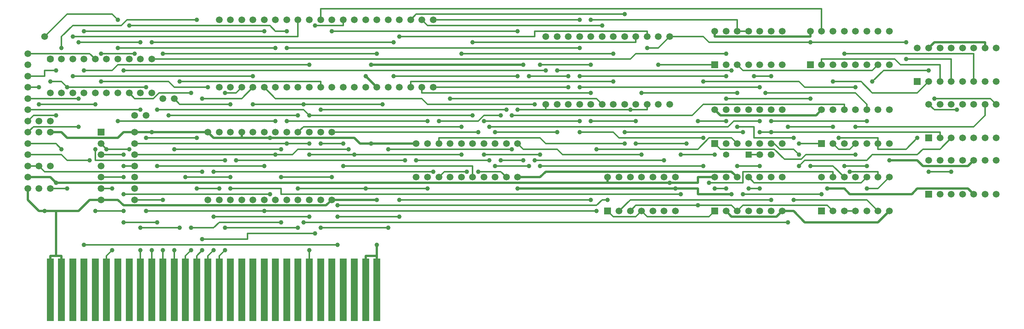
<source format=gbr>
G04 #@! TF.FileFunction,Copper,L2,Bot,Signal*
%FSLAX45Y45*%
G04 Gerber Fmt 4.5, Leading zero omitted, Abs format (unit mm)*
G04 Created by KiCad (PCBNEW 4.0.5-e0-6337~49~ubuntu16.04.1) date Sat Jan 14 19:35:42 2017*
%MOMM*%
%LPD*%
G01*
G04 APERTURE LIST*
%ADD10C,0.100000*%
%ADD11C,1.500000*%
%ADD12C,1.600000*%
%ADD13R,1.500000X1.500000*%
%ADD14R,1.400000X1.400000*%
%ADD15C,1.400000*%
%ADD16R,1.500000X14.000000*%
%ADD17C,1.000000*%
%ADD18C,0.350000*%
%ADD19C,0.500000*%
G04 APERTURE END LIST*
D10*
D11*
X7225000Y-8300000D03*
X6975000Y-8300000D03*
X6725000Y-8300000D03*
X6475000Y-8300000D03*
X6225000Y-8300000D03*
X5975000Y-8300000D03*
X5725000Y-8300000D03*
X5475000Y-8300000D03*
X5225000Y-8300000D03*
D12*
X4975000Y-8300000D03*
D11*
X4975000Y-9050000D03*
X5225000Y-9050000D03*
X5475000Y-9050000D03*
X5725000Y-9050000D03*
X5975000Y-9050000D03*
X6225000Y-9050000D03*
X6475000Y-9050000D03*
X6725000Y-9050000D03*
X6975000Y-9050000D03*
X7225000Y-9050000D03*
D13*
X21850000Y-8425000D03*
D11*
X22100000Y-8425000D03*
X22350000Y-8425000D03*
X22600000Y-8425000D03*
X22850000Y-8425000D03*
X23100000Y-8425000D03*
X23350000Y-8425000D03*
X23600000Y-8425000D03*
X23600000Y-7675000D03*
X23350000Y-7675000D03*
X23100000Y-7675000D03*
X22850000Y-7675000D03*
X22600000Y-7675000D03*
X22350000Y-7675000D03*
X22100000Y-7675000D03*
X21850000Y-7675000D03*
D13*
X19725000Y-8425000D03*
D11*
X19975000Y-8425000D03*
X20225000Y-8425000D03*
X20475000Y-8425000D03*
X20725000Y-8425000D03*
X20975000Y-8425000D03*
X21225000Y-8425000D03*
X21225000Y-7675000D03*
X20975000Y-7675000D03*
X20725000Y-7675000D03*
X20475000Y-7675000D03*
X20225000Y-7675000D03*
X19975000Y-7675000D03*
X19725000Y-7675000D03*
X13100000Y-10925000D03*
X13350000Y-10925000D03*
X13600000Y-10925000D03*
X13850000Y-10925000D03*
X14100000Y-10925000D03*
X14350000Y-10925000D03*
X14600000Y-10925000D03*
X14850000Y-10925000D03*
X15100000Y-10925000D03*
X15350000Y-10925000D03*
X15350000Y-10175000D03*
X15100000Y-10175000D03*
X14850000Y-10175000D03*
X14600000Y-10175000D03*
X14350000Y-10175000D03*
X14100000Y-10175000D03*
X13850000Y-10175000D03*
X13600000Y-10175000D03*
X13350000Y-10175000D03*
X13100000Y-10175000D03*
X18725000Y-7800000D03*
X18475000Y-7800000D03*
X18225000Y-7800000D03*
X17975000Y-7800000D03*
X17725000Y-7800000D03*
X17475000Y-7800000D03*
X17225000Y-7800000D03*
X16975000Y-7800000D03*
X16725000Y-7800000D03*
X16475000Y-7800000D03*
X16225000Y-7800000D03*
X15975000Y-7800000D03*
X15975000Y-9300000D03*
X16225000Y-9300000D03*
X16475000Y-9300000D03*
X16725000Y-9300000D03*
X16975000Y-9300000D03*
X17225000Y-9300000D03*
X17475000Y-9300000D03*
X17725000Y-9300000D03*
X17975000Y-9300000D03*
X18225000Y-9300000D03*
X18475000Y-9300000D03*
X18725000Y-9300000D03*
X4974936Y-9925000D03*
X4725000Y-9925000D03*
D14*
X20475000Y-10425000D03*
D15*
X19975000Y-10425000D03*
D11*
X4475000Y-10925000D03*
X4475000Y-10425000D03*
X4475000Y-9675000D03*
X4475000Y-8925000D03*
X4475000Y-8425000D03*
X4475000Y-8175000D03*
X4475000Y-11175000D03*
X4475000Y-10675000D03*
X4475000Y-10175000D03*
X4475000Y-9925000D03*
X4475000Y-9425000D03*
X4475000Y-9175000D03*
X4475000Y-8675000D03*
X4974936Y-10675000D03*
X4725000Y-10675000D03*
X4975000Y-11175000D03*
X4725064Y-11175000D03*
X7475064Y-9175000D03*
X7725000Y-9175000D03*
X4975000Y-9675000D03*
X4725064Y-9675000D03*
X7099936Y-9550000D03*
X6850000Y-9550000D03*
D13*
X19725000Y-10175000D03*
D11*
X19975000Y-10175000D03*
X20225000Y-10175000D03*
X20475000Y-10175000D03*
X20725000Y-10175000D03*
X20975000Y-10175000D03*
X21225000Y-10175000D03*
X21225000Y-9425000D03*
X20975000Y-9425000D03*
X20725000Y-9425000D03*
X20475000Y-9425000D03*
X20225000Y-9425000D03*
X19975000Y-9425000D03*
X19725000Y-9425000D03*
D13*
X17350000Y-11675000D03*
D11*
X17600000Y-11675000D03*
X17850000Y-11675000D03*
X18100000Y-11675000D03*
X18350000Y-11675000D03*
X18600000Y-11675000D03*
X18850000Y-11675000D03*
X18850000Y-10925000D03*
X18600000Y-10925000D03*
X18350000Y-10925000D03*
X18100000Y-10925000D03*
X17850000Y-10925000D03*
X17600000Y-10925000D03*
X17350000Y-10925000D03*
D13*
X19725000Y-11675000D03*
D11*
X19975000Y-11675000D03*
X20225000Y-11675000D03*
X20475000Y-11675000D03*
X20725000Y-11675000D03*
X20975000Y-11675000D03*
X21225000Y-11675000D03*
X21225000Y-10925000D03*
X20975000Y-10925000D03*
X20725000Y-10925000D03*
X20475000Y-10925000D03*
X20225000Y-10925000D03*
X19975000Y-10925000D03*
X19725000Y-10925000D03*
D13*
X24225000Y-8800000D03*
D11*
X24475000Y-8800000D03*
X24725000Y-8800000D03*
X24975000Y-8800000D03*
X25225000Y-8800000D03*
X25475000Y-8800000D03*
X25725000Y-8800000D03*
X25975000Y-8800000D03*
X25975000Y-8050000D03*
X25725000Y-8050000D03*
X25475000Y-8050000D03*
X25225000Y-8050000D03*
X24975000Y-8050000D03*
X24725000Y-8050000D03*
X24475000Y-8050000D03*
X24225000Y-8050000D03*
D13*
X24475000Y-10050000D03*
D11*
X24725000Y-10050000D03*
X24975000Y-10050000D03*
X25225000Y-10050000D03*
X25475000Y-10050000D03*
X25725000Y-10050000D03*
X25975000Y-10050000D03*
X25975000Y-9300000D03*
X25725000Y-9300000D03*
X25475000Y-9300000D03*
X25225000Y-9300000D03*
X24975000Y-9300000D03*
X24725000Y-9300000D03*
X24475000Y-9300000D03*
D13*
X24475000Y-11300000D03*
D11*
X24725000Y-11300000D03*
X24975000Y-11300000D03*
X25225000Y-11300000D03*
X25475000Y-11300000D03*
X25725000Y-11300000D03*
X25975000Y-11300000D03*
X25975000Y-10550000D03*
X25725000Y-10550000D03*
X25475000Y-10550000D03*
X25225000Y-10550000D03*
X24975000Y-10550000D03*
X24725000Y-10550000D03*
X24475000Y-10550000D03*
D13*
X22100000Y-11675000D03*
D11*
X22350000Y-11675000D03*
X22600000Y-11675000D03*
X22850000Y-11675000D03*
X23100000Y-11675000D03*
X23350000Y-11675000D03*
X23600000Y-11675000D03*
X23600000Y-10925000D03*
X23350000Y-10925000D03*
X23100000Y-10925000D03*
X22850000Y-10925000D03*
X22600000Y-10925000D03*
X22350000Y-10925000D03*
X22100000Y-10925000D03*
D13*
X22100000Y-10175000D03*
D11*
X22350000Y-10175000D03*
X22600000Y-10175000D03*
X22850000Y-10175000D03*
X23100000Y-10175000D03*
X23350000Y-10175000D03*
X23600000Y-10175000D03*
X23600000Y-9425000D03*
X23350000Y-9425000D03*
X23100000Y-9425000D03*
X22850000Y-9425000D03*
X22600000Y-9425000D03*
X22350000Y-9425000D03*
X22100000Y-9425000D03*
X20974936Y-10425000D03*
X20725000Y-10425000D03*
D13*
X6100000Y-9925000D03*
D11*
X6100000Y-10175000D03*
X6100000Y-10425000D03*
X6100000Y-10675000D03*
X6100000Y-10925000D03*
X6100000Y-11175000D03*
X6100000Y-11425000D03*
X6850000Y-11425000D03*
X6850000Y-11175000D03*
X6850000Y-10925000D03*
X6850000Y-10675000D03*
X6850000Y-10425000D03*
X6850000Y-10175000D03*
X6850000Y-9925000D03*
D16*
X8725000Y-13425000D03*
X8225000Y-13425000D03*
X8475000Y-13425000D03*
X9725000Y-13425000D03*
X9225000Y-13425000D03*
X9475000Y-13425000D03*
X8975000Y-13425000D03*
X7975000Y-13425000D03*
X7225000Y-13425000D03*
X6725000Y-13425000D03*
X7725000Y-13425000D03*
X6975000Y-13425000D03*
X7475000Y-13425000D03*
X10975000Y-13425000D03*
X9975000Y-13425000D03*
X10725000Y-13425000D03*
X10225000Y-13425000D03*
X10475000Y-13425000D03*
X5225000Y-13425000D03*
X5475000Y-13425000D03*
X5975000Y-13425000D03*
X6475000Y-13425000D03*
X6225000Y-13425000D03*
X4975000Y-13425000D03*
X5725000Y-13425000D03*
X12225000Y-13425000D03*
X11975000Y-13425000D03*
X11475000Y-13425000D03*
X11725000Y-13425000D03*
X11225000Y-13425000D03*
D11*
X8475000Y-11425000D03*
X8725000Y-11425000D03*
X8975000Y-11425000D03*
X9225000Y-11425000D03*
X9475000Y-11425000D03*
X9725000Y-11425000D03*
X9975000Y-11425000D03*
X10225000Y-11425000D03*
X10475000Y-11425000D03*
X10725000Y-11425000D03*
X10975000Y-11425000D03*
X11225000Y-11425000D03*
X11225000Y-9925000D03*
X10975000Y-9925000D03*
X10725000Y-9925000D03*
X10475000Y-9925000D03*
X10225000Y-9925000D03*
X9975000Y-9925000D03*
X9725000Y-9925000D03*
X9475000Y-9925000D03*
X9225000Y-9925000D03*
X8975000Y-9925000D03*
X8725000Y-9925000D03*
X8475000Y-9925000D03*
X4850000Y-7800000D03*
X13475000Y-7425000D03*
X13225000Y-7425000D03*
X12975000Y-7425000D03*
X12725000Y-7425000D03*
X12475000Y-7425000D03*
X12225000Y-7425000D03*
X11975000Y-7425000D03*
X11725000Y-7425000D03*
X11475000Y-7425000D03*
X11225000Y-7425000D03*
X10975000Y-7425000D03*
X10725000Y-7425000D03*
X10475000Y-7425000D03*
X10225000Y-7425000D03*
X9975000Y-7425000D03*
X9725000Y-7425000D03*
X9475000Y-7425000D03*
X9225000Y-7425000D03*
X8975000Y-7425000D03*
X8725000Y-7425000D03*
X8725000Y-8925000D03*
X8975000Y-8925000D03*
X9225000Y-8925000D03*
X9475000Y-8925000D03*
X9725000Y-8925000D03*
X9975000Y-8925000D03*
X10225000Y-8925000D03*
X10475000Y-8925000D03*
X10725000Y-8925000D03*
X10975000Y-8925000D03*
X11225000Y-8925000D03*
X11475000Y-8925000D03*
X11725000Y-8925000D03*
X11975000Y-8925000D03*
X12225000Y-8925000D03*
X12475000Y-8925000D03*
X12725000Y-8925000D03*
X12975000Y-8925000D03*
X13225000Y-8925000D03*
X13475000Y-8925000D03*
D17*
X16725000Y-7425000D03*
X17225000Y-7550000D03*
X17725000Y-7300000D03*
X12725000Y-7800000D03*
X7475000Y-11425000D03*
X7475000Y-8175000D03*
X12225000Y-8175000D03*
X17975000Y-9675000D03*
X12725000Y-11425000D03*
X16975000Y-11425000D03*
X16975000Y-9675000D03*
X17475000Y-8800000D03*
X16975000Y-9050000D03*
X16475000Y-8925000D03*
X4850000Y-11675000D03*
X12100000Y-8425000D03*
X12225000Y-11425000D03*
X12225000Y-12425000D03*
X20100000Y-11300000D03*
X15475000Y-8425000D03*
X15350000Y-11175000D03*
X18850000Y-11175000D03*
X11975000Y-8675000D03*
X23600000Y-10550000D03*
X10725000Y-12550000D03*
X22350000Y-9800000D03*
X21350000Y-9800000D03*
X21350000Y-11925000D03*
X12350000Y-9300000D03*
X10600000Y-11925000D03*
X10600000Y-9300000D03*
X9475000Y-9300000D03*
X8225000Y-7425000D03*
X5225000Y-8050000D03*
X5100000Y-8550000D03*
X6475000Y-7425000D03*
X8975000Y-9300000D03*
X4725000Y-8925000D03*
X4725000Y-9300000D03*
X5975000Y-9300000D03*
X5975000Y-10300000D03*
X8850000Y-10550000D03*
X8850000Y-9050000D03*
X8350000Y-9175000D03*
X8350000Y-10800000D03*
X12475000Y-12050000D03*
X10975000Y-12050000D03*
X12475000Y-10300000D03*
X15225000Y-10300000D03*
X15225000Y-9550000D03*
X7100000Y-8925000D03*
X7225000Y-7925000D03*
X19975000Y-11175000D03*
X19725000Y-11175000D03*
X23975000Y-8300000D03*
X23975000Y-7925000D03*
X21850000Y-7925000D03*
X18225000Y-8050000D03*
X17850000Y-9425000D03*
X15350000Y-9425000D03*
X15350000Y-8675000D03*
X12600000Y-8675000D03*
X12600000Y-7925000D03*
X5350000Y-8925000D03*
X5350000Y-11175000D03*
X4975000Y-8800000D03*
X14225000Y-10800000D03*
X14350000Y-7925000D03*
X14100000Y-8175000D03*
X17475000Y-8175000D03*
X14600000Y-10425000D03*
X15850000Y-10425000D03*
X15850000Y-8425000D03*
X16975000Y-8425000D03*
X14850000Y-10675000D03*
X15600000Y-10675000D03*
X15600000Y-8675000D03*
X16475000Y-8675000D03*
X16225000Y-9925000D03*
X14850000Y-9925000D03*
X16725000Y-9675000D03*
X14600000Y-9675000D03*
X13850000Y-9175000D03*
X18475000Y-8425000D03*
X18100000Y-10425000D03*
X18100000Y-9050000D03*
X20225000Y-9050000D03*
X7225000Y-9925000D03*
X5100000Y-11050000D03*
X22225000Y-11175000D03*
X18725000Y-11050000D03*
X12100000Y-10175000D03*
X9850000Y-10050000D03*
X19975000Y-8175000D03*
X5600000Y-7925000D03*
X6975000Y-7925000D03*
X5600000Y-9175000D03*
X5600000Y-9800000D03*
X5100000Y-9550000D03*
X5225000Y-10300000D03*
X5850000Y-10550000D03*
X6975000Y-9425000D03*
X22350000Y-8800000D03*
X24225000Y-10050000D03*
X19350000Y-11550000D03*
X19350000Y-9675000D03*
X22475000Y-10050000D03*
X19975000Y-9675000D03*
X22600000Y-8175000D03*
X24475000Y-10800000D03*
X24975000Y-10800000D03*
X20975000Y-9925000D03*
X20725000Y-9925000D03*
X21600000Y-10675000D03*
X21600000Y-10425000D03*
X25100000Y-9425000D03*
X24600000Y-9175000D03*
X23100000Y-9675000D03*
X20975000Y-9675000D03*
X23225000Y-8800000D03*
X24475000Y-8550000D03*
X22850000Y-9800000D03*
X22725000Y-10800000D03*
X20725000Y-11175000D03*
X20475000Y-11175000D03*
X20725000Y-10675000D03*
X20225000Y-10675000D03*
X20850000Y-9050000D03*
X20975000Y-11425000D03*
X22600000Y-10675000D03*
X23100000Y-10675000D03*
X19100000Y-10175000D03*
X17975000Y-10175000D03*
X6350000Y-11175000D03*
X11350000Y-11550000D03*
X17350000Y-11425000D03*
X23100000Y-11175000D03*
X22850000Y-10425000D03*
X13475000Y-10800000D03*
X8600000Y-10800000D03*
X8225000Y-10050000D03*
X6850000Y-8175000D03*
X6100000Y-8175000D03*
X7100000Y-10050000D03*
X19475000Y-10675000D03*
X15850000Y-10675000D03*
X15475000Y-10550000D03*
X14975000Y-10550000D03*
X14975000Y-9550000D03*
X13600000Y-9675000D03*
X19600000Y-11050000D03*
X20975000Y-8675000D03*
X20600000Y-8675000D03*
X21600000Y-10175000D03*
X6100000Y-8800000D03*
X22850000Y-8925000D03*
X16725000Y-9925000D03*
X19475000Y-10050000D03*
X12850000Y-10550000D03*
X9100000Y-10550000D03*
X8475000Y-8925000D03*
X19475000Y-8800000D03*
X6225000Y-10300000D03*
X6725000Y-10300000D03*
X6600000Y-10425000D03*
X6600000Y-8550000D03*
X15975000Y-8550000D03*
X16725000Y-8925000D03*
X20725000Y-8925000D03*
X6600000Y-10675000D03*
X6600000Y-10925000D03*
X16975000Y-7425000D03*
X15350000Y-7675000D03*
X11225000Y-7675000D03*
X18600000Y-10550000D03*
X15725000Y-10550000D03*
X15729289Y-9300000D03*
X20350000Y-11300000D03*
X22100000Y-11300000D03*
X20350000Y-9925000D03*
X17725000Y-10175000D03*
X17725000Y-9925000D03*
X6725000Y-7550000D03*
X19975000Y-9175000D03*
X19975000Y-8675000D03*
X16725000Y-8675000D03*
X16725000Y-8050000D03*
X10225000Y-7675000D03*
X10225000Y-8050000D03*
X21850000Y-9175000D03*
X21850000Y-10675000D03*
X9850000Y-11300000D03*
X6600000Y-11300000D03*
X6600000Y-11675000D03*
X5975000Y-11675000D03*
X9975000Y-9675000D03*
X6475000Y-9675000D03*
X6350000Y-12550000D03*
X10725000Y-8425000D03*
X5725000Y-8550000D03*
X5475000Y-7800000D03*
X9975000Y-8050000D03*
X6475000Y-8050000D03*
X5725000Y-7675000D03*
X9725000Y-7675000D03*
X5475000Y-8675000D03*
X9475000Y-8675000D03*
X19725000Y-10425000D03*
X8100000Y-9050000D03*
X21475000Y-11425000D03*
X21475000Y-10050000D03*
X18975000Y-10425000D03*
X18975000Y-11300000D03*
X8975000Y-11175000D03*
X20225000Y-9800000D03*
X11600000Y-10300000D03*
X9975000Y-10425000D03*
X10225000Y-10175000D03*
X10725000Y-10175000D03*
X10850000Y-7550000D03*
X10100000Y-10300000D03*
X7725000Y-10300000D03*
X7725000Y-12550000D03*
X10225000Y-9675000D03*
X13350000Y-9675000D03*
X10475000Y-9550000D03*
X7600000Y-9550000D03*
X7475000Y-12550000D03*
X14100000Y-9800000D03*
X10725000Y-9550000D03*
X14350000Y-9550000D03*
X7350000Y-9425000D03*
X7225000Y-12550000D03*
X7850000Y-12050000D03*
X6975000Y-12050000D03*
X6975000Y-12550000D03*
X7850000Y-8800000D03*
X10975000Y-9425000D03*
X15100000Y-9425000D03*
X10100000Y-10925000D03*
X10100000Y-11925000D03*
X8100000Y-12050000D03*
X8100000Y-12550000D03*
X11225000Y-10925000D03*
X14475000Y-10800000D03*
X14475000Y-9925000D03*
X11475000Y-10675000D03*
X8350000Y-12300000D03*
X10850000Y-12175000D03*
X8350000Y-12550000D03*
X10975000Y-10175000D03*
X11475000Y-10175000D03*
X8600000Y-12550000D03*
X14100000Y-10425000D03*
X11725000Y-10425000D03*
X10725000Y-10425000D03*
X8600000Y-11800000D03*
X10725000Y-11800000D03*
X8850000Y-12050000D03*
X8850000Y-12550000D03*
X11975000Y-11175000D03*
X13350000Y-11175000D03*
X10475000Y-11175000D03*
X10475000Y-12050000D03*
X20100000Y-8550000D03*
X16225000Y-8550000D03*
X20725000Y-9675000D03*
X13100000Y-10550000D03*
X14725000Y-10550000D03*
X14725000Y-9800000D03*
X17100000Y-10300000D03*
X17100000Y-11675000D03*
X7100000Y-11675000D03*
X9725000Y-11675000D03*
X7350000Y-10675000D03*
X9725000Y-10675000D03*
X7350000Y-11925000D03*
X6600000Y-11925000D03*
X7975000Y-10925000D03*
X8975000Y-10925000D03*
X8225000Y-11175000D03*
X8725000Y-11175000D03*
X12725000Y-11800000D03*
X11350000Y-11800000D03*
X11350000Y-12425000D03*
X5725000Y-12425000D03*
D18*
X16725000Y-7425000D02*
X13475000Y-7425000D01*
X17225000Y-7550000D02*
X13350000Y-7550000D01*
X13225000Y-7423800D02*
X13350000Y-7548800D01*
X13350000Y-7548800D02*
X13350000Y-7550000D01*
X13100000Y-7300000D02*
X17725000Y-7300000D01*
X12975000Y-7425000D02*
X13100000Y-7300000D01*
X15725000Y-7800000D02*
X12725000Y-7800000D01*
X15725000Y-7675000D02*
X15725000Y-7800000D01*
X18225000Y-7675000D02*
X15725000Y-7675000D01*
X18225000Y-7800000D02*
X18225000Y-7675000D01*
X12225000Y-8175000D02*
X7475000Y-8175000D01*
X7475000Y-11425000D02*
X6850000Y-11425000D01*
X16975000Y-11425000D02*
X12725000Y-11425000D01*
X17975000Y-9675000D02*
X16975000Y-9675000D01*
X12975000Y-8800000D02*
X17475000Y-8800000D01*
X12975000Y-8925000D02*
X12975000Y-8800000D01*
X13225000Y-9050000D02*
X16975000Y-9050000D01*
X13225000Y-8925000D02*
X13225000Y-9050000D01*
X13475000Y-8925000D02*
X16475000Y-8925000D01*
D19*
X4850000Y-11675000D02*
X4725000Y-11675000D01*
X15475000Y-8425000D02*
X12100000Y-8425000D01*
X11225000Y-11425000D02*
X12225000Y-11425000D01*
X5100000Y-12675000D02*
X5225000Y-12675000D01*
X4975000Y-12675000D02*
X5100000Y-12675000D01*
X4725000Y-11675000D02*
X5100000Y-11675000D01*
X5100000Y-11675000D02*
X5600000Y-11675000D01*
X5100000Y-12675000D02*
X5100000Y-11675000D01*
X5225000Y-12675000D02*
X5225000Y-13425000D01*
X4975000Y-13425000D02*
X4975000Y-12675000D01*
X11975000Y-12675000D02*
X11975000Y-13425000D01*
X12225000Y-12675000D02*
X12225000Y-13425000D01*
X12225000Y-12425000D02*
X12225000Y-12675000D01*
X12225000Y-12675000D02*
X11975000Y-12675000D01*
X4475000Y-11175000D02*
X4475000Y-11425000D01*
X4475000Y-11425000D02*
X4725000Y-11675000D01*
X11100000Y-11550000D02*
X11225000Y-11425000D01*
X20100000Y-10800000D02*
X20225000Y-10925000D01*
X15975000Y-10800000D02*
X20100000Y-10800000D01*
X15850000Y-10925000D02*
X15975000Y-10800000D01*
X15350000Y-10925000D02*
X15850000Y-10925000D01*
X19350000Y-11300000D02*
X20100000Y-11300000D01*
X19350000Y-11175000D02*
X19350000Y-11300000D01*
X18850000Y-11175000D02*
X19350000Y-11175000D01*
X21475000Y-11675000D02*
X21225000Y-11675000D01*
X21725000Y-11925000D02*
X21475000Y-11675000D01*
X23350000Y-11925000D02*
X21725000Y-11925000D01*
X23600000Y-11675000D02*
X23350000Y-11925000D01*
X25475000Y-10550000D02*
X25350000Y-10675000D01*
X20100000Y-11800000D02*
X21100000Y-11800000D01*
X21100000Y-11800000D02*
X21225000Y-11675000D01*
X19975000Y-11675000D02*
X20100000Y-11800000D01*
X25725000Y-7925000D02*
X25725000Y-8050000D01*
X24600000Y-7925000D02*
X25725000Y-7925000D01*
X24475000Y-8050000D02*
X24600000Y-7925000D01*
X18850000Y-11175000D02*
X15350000Y-11175000D01*
X12225000Y-8925000D02*
X11975000Y-8675000D01*
X25350000Y-10675000D02*
X24350000Y-10675000D01*
X24225000Y-10550000D02*
X23600000Y-10550000D01*
X24350000Y-10675000D02*
X24225000Y-10550000D01*
X6600000Y-11550000D02*
X11100000Y-11550000D01*
X5850000Y-11425000D02*
X6100000Y-11425000D01*
X5600000Y-11675000D02*
X5850000Y-11425000D01*
X5850000Y-11425000D02*
X6475000Y-11425000D01*
X6475000Y-11425000D02*
X6600000Y-11550000D01*
D18*
X10725000Y-12550000D02*
X10725000Y-13425000D01*
X21350000Y-9800000D02*
X22350000Y-9800000D01*
X10600000Y-11925000D02*
X21350000Y-11925000D01*
X10600000Y-9300000D02*
X12350000Y-9300000D01*
X9475000Y-9300000D02*
X10600000Y-9300000D01*
X5225000Y-8050000D02*
X5225000Y-7800000D01*
X5225000Y-7800000D02*
X5475000Y-7550000D01*
X5475000Y-7550000D02*
X6550000Y-7550000D01*
X6550000Y-7550000D02*
X6675000Y-7425000D01*
X6675000Y-7425000D02*
X8225000Y-7425000D01*
X4850000Y-8550000D02*
X5100000Y-8550000D01*
X4850000Y-8675000D02*
X4850000Y-8550000D01*
X4475000Y-8675000D02*
X4850000Y-8675000D01*
X6475000Y-7425000D02*
X6350000Y-7300000D01*
X6350000Y-7300000D02*
X5350000Y-7300000D01*
X5350000Y-7300000D02*
X4850000Y-7800000D01*
X8975000Y-9300000D02*
X7850000Y-9300000D01*
X7850000Y-9300000D02*
X7725000Y-9175000D01*
X4475000Y-8925000D02*
X4725000Y-8925000D01*
X8850000Y-10550000D02*
X5975000Y-10550000D01*
X5975000Y-9300000D02*
X4725000Y-9300000D01*
X5975000Y-10300000D02*
X5975000Y-10550000D01*
X8850000Y-9050000D02*
X9100000Y-9050000D01*
X9100000Y-9050000D02*
X9225000Y-8925000D01*
X9225000Y-8923800D02*
X9098800Y-9050000D01*
X9098800Y-9050000D02*
X8850000Y-9050000D01*
X4850000Y-10800000D02*
X8350000Y-10800000D01*
X9225000Y-9175000D02*
X9475000Y-8925000D01*
X8350000Y-9175000D02*
X9225000Y-9175000D01*
X4725000Y-10675000D02*
X4850000Y-10800000D01*
X4475000Y-10675000D02*
X4725000Y-10675000D01*
X10975000Y-12050000D02*
X12475000Y-12050000D01*
X22600000Y-9300000D02*
X22600000Y-9425000D01*
X19475000Y-9300000D02*
X22600000Y-9300000D01*
X12475000Y-10300000D02*
X15225000Y-10300000D01*
X19225000Y-9550000D02*
X19475000Y-9300000D01*
X15225000Y-9550000D02*
X19225000Y-9550000D01*
X5350000Y-8925000D02*
X7100000Y-8925000D01*
X5225000Y-8800000D02*
X5350000Y-8925000D01*
X4975000Y-8800000D02*
X5225000Y-8800000D01*
X5350000Y-11175000D02*
X4975000Y-11175000D01*
X19725000Y-11175000D02*
X19975000Y-11175000D01*
X24975000Y-8300000D02*
X23975000Y-8300000D01*
X24975000Y-8800000D02*
X24975000Y-8300000D01*
X18225000Y-9425000D02*
X18225000Y-9300000D01*
X19600000Y-11800000D02*
X19725000Y-11675000D01*
X18225000Y-11800000D02*
X19600000Y-11800000D01*
X18100000Y-11675000D02*
X18225000Y-11800000D01*
X21850000Y-7925000D02*
X23975000Y-7925000D01*
X19600000Y-7925000D02*
X21850000Y-7925000D01*
X19475000Y-7800000D02*
X19600000Y-7925000D01*
X18725000Y-7800000D02*
X19475000Y-7800000D01*
X18475000Y-8050000D02*
X18225000Y-8050000D01*
X18725000Y-7800000D02*
X18475000Y-8050000D01*
X17975000Y-11800000D02*
X18100000Y-11675000D01*
X17475000Y-11800000D02*
X17975000Y-11800000D01*
X17350000Y-11675000D02*
X17475000Y-11800000D01*
X15975000Y-9425000D02*
X15350000Y-9425000D01*
X12600000Y-8675000D02*
X15350000Y-8675000D01*
X17850000Y-9425000D02*
X15975000Y-9425000D01*
X18225000Y-9425000D02*
X17850000Y-9425000D01*
X15975000Y-9425000D02*
X15975000Y-9300000D01*
X12600000Y-7925000D02*
X7225000Y-7925000D01*
X13725000Y-10800000D02*
X14225000Y-10800000D01*
X13600000Y-10925000D02*
X13725000Y-10800000D01*
X17975000Y-7925000D02*
X14350000Y-7925000D01*
X17975000Y-7800000D02*
X17975000Y-7925000D01*
X17475000Y-8175000D02*
X14100000Y-8175000D01*
X15850000Y-10425000D02*
X14600000Y-10425000D01*
X16975000Y-8425000D02*
X15850000Y-8425000D01*
X14850000Y-10675000D02*
X15600000Y-10675000D01*
X16475000Y-8675000D02*
X15600000Y-8675000D01*
X14850000Y-9925000D02*
X16225000Y-9925000D01*
X14600000Y-9675000D02*
X16725000Y-9675000D01*
X17100000Y-9175000D02*
X17225000Y-9300000D01*
X13850000Y-9175000D02*
X17100000Y-9175000D01*
X19725000Y-8425000D02*
X18475000Y-8425000D01*
X16350000Y-10425000D02*
X18100000Y-10425000D01*
X16225000Y-10300000D02*
X16350000Y-10425000D01*
X15475000Y-10300000D02*
X16225000Y-10300000D01*
X15350000Y-10175000D02*
X15475000Y-10300000D01*
X20225000Y-9050000D02*
X18100000Y-9050000D01*
X20350000Y-8550000D02*
X23225000Y-8550000D01*
X23225000Y-8550000D02*
X23350000Y-8425000D01*
X20225000Y-8425000D02*
X20350000Y-8550000D01*
D19*
X5100000Y-11050000D02*
X17350000Y-11050000D01*
X4975000Y-10925000D02*
X5100000Y-11050000D01*
X4475000Y-10925000D02*
X4975000Y-10925000D01*
X5225000Y-9925000D02*
X4974936Y-9925000D01*
X5350000Y-10050000D02*
X5225000Y-9925000D01*
X6475000Y-10050000D02*
X5350000Y-10050000D01*
X6600000Y-9925000D02*
X6475000Y-10050000D01*
X6850000Y-9925000D02*
X6600000Y-9925000D01*
X7225000Y-9925000D02*
X6850000Y-9925000D01*
X8475000Y-9925000D02*
X7225000Y-9925000D01*
X22600000Y-11175000D02*
X22225000Y-11175000D01*
X19350000Y-10925000D02*
X19725000Y-10925000D01*
X19350000Y-11050000D02*
X19350000Y-10925000D01*
X18725000Y-11050000D02*
X19350000Y-11050000D01*
X22725000Y-11300000D02*
X22600000Y-11175000D01*
X24100000Y-11300000D02*
X22725000Y-11300000D01*
X24225000Y-11175000D02*
X24100000Y-11300000D01*
X25350000Y-11175000D02*
X24225000Y-11175000D01*
X25475000Y-11300000D02*
X25350000Y-11175000D01*
X19725000Y-9425000D02*
X19850000Y-9550000D01*
X21850000Y-7800000D02*
X21850000Y-7675000D01*
X19725000Y-7800000D02*
X21850000Y-7800000D01*
X19725000Y-7675000D02*
X19725000Y-7800000D01*
X17350000Y-11050000D02*
X18725000Y-11050000D01*
X17350000Y-10925000D02*
X17350000Y-11050000D01*
X9225000Y-10050000D02*
X9225000Y-9925000D01*
X8475000Y-9925000D02*
X8600000Y-10050000D01*
X12100000Y-10175000D02*
X13100000Y-10175000D01*
X9225000Y-10050000D02*
X9850000Y-10050000D01*
X11850000Y-10175000D02*
X12100000Y-10175000D01*
X8600000Y-10050000D02*
X9225000Y-10050000D01*
X21975000Y-9550000D02*
X22100000Y-9425000D01*
X19850000Y-9550000D02*
X21975000Y-9550000D01*
X9850000Y-10050000D02*
X11725000Y-10050000D01*
X11725000Y-10050000D02*
X11850000Y-10175000D01*
D18*
X17850000Y-8300000D02*
X7225000Y-8300000D01*
X17975000Y-8175000D02*
X19975000Y-8175000D01*
X17850000Y-8300000D02*
X17975000Y-8175000D01*
X6975000Y-7925000D02*
X5600000Y-7925000D01*
X4475000Y-9175000D02*
X5600000Y-9175000D01*
X4600000Y-9800000D02*
X4475000Y-9925000D01*
X5600000Y-9800000D02*
X4600000Y-9800000D01*
X5850000Y-8175000D02*
X5975000Y-8300000D01*
X4475000Y-8175000D02*
X5850000Y-8175000D01*
X4475000Y-9675000D02*
X4600000Y-9550000D01*
X4600000Y-9550000D02*
X5100000Y-9550000D01*
X4475000Y-10175000D02*
X5100000Y-10175000D01*
X5100000Y-10175000D02*
X5225000Y-10300000D01*
X5225000Y-10425000D02*
X4475000Y-10425000D01*
X5350000Y-10550000D02*
X5850000Y-10550000D01*
X5350000Y-10550000D02*
X5225000Y-10425000D01*
X4475000Y-9425000D02*
X6975000Y-9425000D01*
X22350000Y-8800000D02*
X22975000Y-8800000D01*
X22975000Y-8800000D02*
X23225000Y-9050000D01*
X23225000Y-9050000D02*
X24225000Y-9050000D01*
X24225000Y-9050000D02*
X24475000Y-8800000D01*
X24725000Y-8425000D02*
X24725000Y-8800000D01*
X23850000Y-8425000D02*
X24725000Y-8425000D01*
X23725000Y-8300000D02*
X23850000Y-8425000D01*
X22100000Y-8300000D02*
X23725000Y-8300000D01*
X22100000Y-8425000D02*
X22100000Y-8300000D01*
X23350000Y-10175000D02*
X23350000Y-10300000D01*
X23350000Y-10175000D02*
X23350000Y-10050000D01*
X17850000Y-11675000D02*
X17975000Y-11550000D01*
X19350000Y-11550000D02*
X17975000Y-11550000D01*
X20100000Y-11550000D02*
X19350000Y-11550000D01*
X20225000Y-11675000D02*
X20100000Y-11550000D01*
X20350000Y-11550000D02*
X20225000Y-11675000D01*
X22225000Y-11550000D02*
X20350000Y-11550000D01*
X22350000Y-11675000D02*
X22225000Y-11550000D01*
X23350000Y-10300000D02*
X23975000Y-10300000D01*
X23975000Y-10300000D02*
X24225000Y-10050000D01*
X23350000Y-10050000D02*
X22475000Y-10050000D01*
X19975000Y-9675000D02*
X19350000Y-9675000D01*
X25475000Y-8175000D02*
X22600000Y-8175000D01*
X25475000Y-8800000D02*
X25475000Y-8175000D01*
X24475000Y-10800000D02*
X24975000Y-10800000D01*
X24725000Y-10050000D02*
X24725000Y-9925000D01*
X20975000Y-9925000D02*
X20725000Y-9925000D01*
X24725000Y-9925000D02*
X20975000Y-9925000D01*
X21050000Y-10175000D02*
X21175000Y-10300000D01*
X20975000Y-10175000D02*
X21050000Y-10175000D01*
X21475000Y-10300000D02*
X21600000Y-10425000D01*
X21725000Y-10550000D02*
X21600000Y-10675000D01*
X23100000Y-10550000D02*
X21725000Y-10550000D01*
X23225000Y-10425000D02*
X23100000Y-10550000D01*
X24225000Y-10425000D02*
X23225000Y-10425000D01*
X21175000Y-10300000D02*
X21475000Y-10300000D01*
X24350000Y-10300000D02*
X24225000Y-10425000D01*
X24725000Y-10300000D02*
X24350000Y-10300000D01*
X24975000Y-10050000D02*
X24725000Y-10300000D01*
X24475000Y-9300000D02*
X24600000Y-9425000D01*
X24600000Y-9425000D02*
X25100000Y-9425000D01*
X25850000Y-9175000D02*
X24600000Y-9175000D01*
X25975000Y-9300000D02*
X25850000Y-9175000D01*
X25950000Y-9350000D02*
X25950000Y-9326200D01*
X23475000Y-8550000D02*
X23225000Y-8800000D01*
X24475000Y-8550000D02*
X23475000Y-8550000D01*
X23100000Y-9675000D02*
X20975000Y-9675000D01*
X25725000Y-9300000D02*
X25725000Y-9550000D01*
X22350000Y-10175000D02*
X22475000Y-10300000D01*
X22475000Y-10300000D02*
X22725000Y-10300000D01*
X22725000Y-10300000D02*
X22850000Y-10175000D01*
X25475000Y-9800000D02*
X22850000Y-9800000D01*
X25725000Y-9550000D02*
X25475000Y-9800000D01*
X23350000Y-10925000D02*
X23350000Y-10800000D01*
X23350000Y-10800000D02*
X22725000Y-10800000D01*
X20475000Y-11175000D02*
X20725000Y-11175000D01*
X20225000Y-10675000D02*
X20725000Y-10675000D01*
X23100000Y-9300000D02*
X22850000Y-9050000D01*
X22850000Y-9050000D02*
X20850000Y-9050000D01*
X23100000Y-9425000D02*
X23100000Y-9300000D01*
X17850000Y-11425000D02*
X20975000Y-11425000D01*
X17600000Y-11675000D02*
X17850000Y-11425000D01*
X22975000Y-11050000D02*
X23100000Y-10925000D01*
X20600000Y-11050000D02*
X22975000Y-11050000D01*
X20475000Y-10925000D02*
X20600000Y-11050000D01*
X22600000Y-10675000D02*
X23100000Y-10675000D01*
X17975000Y-10175000D02*
X19100000Y-10175000D01*
X6350000Y-11175000D02*
X6100000Y-11175000D01*
X17100000Y-11550000D02*
X11350000Y-11550000D01*
X17225000Y-11425000D02*
X17100000Y-11550000D01*
X17350000Y-11425000D02*
X17225000Y-11425000D01*
X22850000Y-11675000D02*
X22600000Y-11675000D01*
X23350000Y-11175000D02*
X23100000Y-11175000D01*
X23600000Y-10925000D02*
X23350000Y-11175000D01*
X19725000Y-10175000D02*
X19850000Y-10300000D01*
X22850000Y-10425000D02*
X21750000Y-10425000D01*
X21750000Y-10425000D02*
X21650000Y-10525000D01*
X21650000Y-10525000D02*
X21275000Y-10525000D01*
X19850000Y-10300000D02*
X21050000Y-10300000D01*
X21275000Y-10525000D02*
X21050000Y-10300000D01*
X8600000Y-10800000D02*
X13475000Y-10800000D01*
X7100000Y-10050000D02*
X8225000Y-10050000D01*
X22350000Y-10925000D02*
X22350000Y-10800000D01*
X6100000Y-8175000D02*
X6850000Y-8175000D01*
X22350000Y-10800000D02*
X20350000Y-10800000D01*
X15850000Y-10675000D02*
X19475000Y-10675000D01*
X14975000Y-10550000D02*
X15475000Y-10550000D01*
X14600000Y-9550000D02*
X14975000Y-9550000D01*
X14475000Y-9675000D02*
X14600000Y-9550000D01*
X13600000Y-9675000D02*
X14475000Y-9675000D01*
X20350000Y-11050000D02*
X19600000Y-11050000D01*
X20350000Y-10800000D02*
X20350000Y-11050000D01*
X20975000Y-8675000D02*
X20600000Y-8675000D01*
X20475000Y-10425000D02*
X20725000Y-10425000D01*
X22100000Y-10175000D02*
X21600000Y-10175000D01*
X7600000Y-8800000D02*
X6100000Y-8800000D01*
X7600000Y-8800000D02*
X7725000Y-8925000D01*
X17600000Y-10050000D02*
X19475000Y-10050000D01*
X17475000Y-9925000D02*
X17600000Y-10050000D01*
X16725000Y-9925000D02*
X17475000Y-9925000D01*
X9100000Y-10550000D02*
X12850000Y-10550000D01*
X7725000Y-8925000D02*
X8475000Y-8925000D01*
X21600000Y-8800000D02*
X19475000Y-8800000D01*
X21725000Y-8925000D02*
X21600000Y-8800000D01*
X22850000Y-8925000D02*
X21725000Y-8925000D01*
X6225000Y-10300000D02*
X6100000Y-10175000D01*
X6725000Y-10300000D02*
X6225000Y-10300000D01*
X15975000Y-8550000D02*
X6600000Y-8550000D01*
X6100000Y-10425000D02*
X6600000Y-10425000D01*
X20725000Y-8925000D02*
X16725000Y-8925000D01*
X6850000Y-10675000D02*
X6600000Y-10675000D01*
X6100000Y-10925000D02*
X6600000Y-10925000D01*
X20225000Y-7425000D02*
X16975000Y-7425000D01*
X20225000Y-7675000D02*
X20475000Y-7675000D01*
X20225000Y-7425000D02*
X20225000Y-7675000D01*
X11225000Y-7675000D02*
X15350000Y-7675000D01*
X10975000Y-7175000D02*
X22100000Y-7175000D01*
X22100000Y-7675000D02*
X22100000Y-7175000D01*
X10975000Y-7425000D02*
X10975000Y-7175000D01*
X15725000Y-10550000D02*
X18600000Y-10550000D01*
X13350000Y-9300000D02*
X15729289Y-9300000D01*
X13225000Y-9175000D02*
X13350000Y-9300000D01*
X9975000Y-9175000D02*
X13225000Y-9175000D01*
X9725000Y-8925000D02*
X9975000Y-9175000D01*
X22100000Y-11300000D02*
X20350000Y-11300000D01*
X17725000Y-9925000D02*
X20350000Y-9925000D01*
X13600000Y-10175000D02*
X13600000Y-10050000D01*
X13600000Y-10050000D02*
X15850000Y-10050000D01*
X15850000Y-10050000D02*
X15975000Y-10175000D01*
X15975000Y-10175000D02*
X17725000Y-10175000D01*
X6725000Y-7550000D02*
X9850000Y-7550000D01*
X9850000Y-7550000D02*
X9975000Y-7675000D01*
X19975000Y-8675000D02*
X16725000Y-8675000D01*
X10225000Y-8050000D02*
X16725000Y-8050000D01*
X9975000Y-7675000D02*
X10225000Y-7675000D01*
X19975000Y-9175000D02*
X21850000Y-9175000D01*
X22600000Y-10925000D02*
X22350000Y-10675000D01*
X22350000Y-10675000D02*
X21850000Y-10675000D01*
X6600000Y-11300000D02*
X9850000Y-11300000D01*
X5975000Y-11675000D02*
X6600000Y-11675000D01*
X6475000Y-9675000D02*
X9975000Y-9675000D01*
X6225000Y-12675000D02*
X6350000Y-12550000D01*
X6225000Y-13425000D02*
X6225000Y-12675000D01*
X6350000Y-8550000D02*
X5725000Y-8550000D01*
X6475000Y-8425000D02*
X10725000Y-8425000D01*
X6350000Y-8550000D02*
X6475000Y-8425000D01*
X5600000Y-7800000D02*
X5545711Y-7800000D01*
X5545711Y-7800000D02*
X5475000Y-7800000D01*
X5700000Y-7800000D02*
X5600000Y-7800000D01*
X10475000Y-7425000D02*
X10475000Y-7800000D01*
X10475000Y-7800000D02*
X5700000Y-7800000D01*
X5700000Y-7800000D02*
X5700000Y-7800000D01*
X9975000Y-8050000D02*
X6475000Y-8050000D01*
X9725000Y-7675000D02*
X5725000Y-7675000D01*
X9475000Y-8675000D02*
X5475000Y-8675000D01*
X6725000Y-9050000D02*
X6850000Y-9175000D01*
X6850000Y-9175000D02*
X7266500Y-9175000D01*
X7391500Y-9050000D02*
X8100000Y-9050000D01*
X7266500Y-9175000D02*
X7391500Y-9050000D01*
X23100000Y-11425000D02*
X21475000Y-11425000D01*
X23350000Y-11675000D02*
X23100000Y-11425000D01*
X21475000Y-10050000D02*
X20600000Y-10050000D01*
X20600000Y-10050000D02*
X20600000Y-9800000D01*
X10100000Y-11300000D02*
X18975000Y-11300000D01*
X10100000Y-11175000D02*
X10100000Y-11300000D01*
X8975000Y-11175000D02*
X10100000Y-11175000D01*
X20600000Y-9800000D02*
X20225000Y-9800000D01*
X18975000Y-10425000D02*
X19725000Y-10425000D01*
X6850000Y-10425000D02*
X9975000Y-10425000D01*
X10475000Y-10300000D02*
X11600000Y-10300000D01*
X10350000Y-10425000D02*
X10475000Y-10300000D01*
X9975000Y-10425000D02*
X10350000Y-10425000D01*
X6850000Y-10175000D02*
X10225000Y-10175000D01*
X11475000Y-7550000D02*
X11475000Y-7425000D01*
X10850000Y-7550000D02*
X11475000Y-7550000D01*
X10725000Y-10175000D02*
X10225000Y-10175000D01*
X7725000Y-10300000D02*
X10100000Y-10300000D01*
X7725000Y-13425000D02*
X7725000Y-12550000D01*
X10225000Y-9675000D02*
X13350000Y-9675000D01*
X10600000Y-9800000D02*
X10475000Y-9925000D01*
X7600000Y-9550000D02*
X10475000Y-9550000D01*
X7475000Y-13425000D02*
X7475000Y-12550000D01*
X10600000Y-9800000D02*
X14100000Y-9800000D01*
X10600000Y-9425000D02*
X10725000Y-9550000D01*
X10725000Y-9550000D02*
X14350000Y-9550000D01*
X7350000Y-9425000D02*
X10600000Y-9425000D01*
X7225000Y-13425000D02*
X7225000Y-12550000D01*
X7850000Y-12050000D02*
X6975000Y-12050000D01*
X7850000Y-8800000D02*
X10975000Y-8800000D01*
X10975000Y-8800000D02*
X10975000Y-8925000D01*
X6975000Y-13425000D02*
X6975000Y-12550000D01*
X10975000Y-9425000D02*
X15100000Y-9425000D01*
X10100000Y-10925000D02*
X11225000Y-10925000D01*
X8725000Y-11925000D02*
X10100000Y-11925000D01*
X8600000Y-12050000D02*
X8725000Y-11925000D01*
X8100000Y-12050000D02*
X8600000Y-12050000D01*
X7975000Y-13425000D02*
X7975000Y-12675000D01*
X7975000Y-12675000D02*
X8100000Y-12550000D01*
X14975000Y-10800000D02*
X14475000Y-10800000D01*
X15100000Y-10925000D02*
X14975000Y-10800000D01*
X11225000Y-9925000D02*
X14475000Y-9925000D01*
X14350000Y-10675000D02*
X11475000Y-10675000D01*
X9350000Y-12175000D02*
X10850000Y-12175000D01*
X9350000Y-12300000D02*
X9350000Y-12175000D01*
X8350000Y-12300000D02*
X9350000Y-12300000D01*
X8225000Y-13425000D02*
X8225000Y-12675000D01*
X8225000Y-12675000D02*
X8350000Y-12550000D01*
X14350000Y-10925000D02*
X14350000Y-10675000D01*
X11475000Y-10175000D02*
X10975000Y-10175000D01*
X8475000Y-13425000D02*
X8475000Y-12675000D01*
X8475000Y-12675000D02*
X8600000Y-12550000D01*
X14100000Y-10425000D02*
X11725000Y-10425000D01*
X11725000Y-10425000D02*
X10725000Y-10425000D01*
X10725000Y-11800000D02*
X8600000Y-11800000D01*
X10475000Y-12050000D02*
X8850000Y-12050000D01*
X8725000Y-13425000D02*
X8725000Y-12675000D01*
X8725000Y-12675000D02*
X8850000Y-12550000D01*
X11975000Y-11175000D02*
X10475000Y-11175000D01*
X13350000Y-11175000D02*
X11975000Y-11175000D01*
X16225000Y-8550000D02*
X20100000Y-8550000D01*
X14725000Y-10550000D02*
X13100000Y-10550000D01*
X20150000Y-9675000D02*
X20725000Y-9675000D01*
X14725000Y-9800000D02*
X20025000Y-9800000D01*
X20025000Y-9800000D02*
X20150000Y-9675000D01*
X9725000Y-11675000D02*
X7100000Y-11675000D01*
X19350000Y-10300000D02*
X17100000Y-10300000D01*
X19600000Y-10050000D02*
X19350000Y-10300000D01*
X20100000Y-10050000D02*
X19600000Y-10050000D01*
X9725000Y-11675000D02*
X17100000Y-11675000D01*
X20225000Y-10175000D02*
X20100000Y-10050000D01*
X9725000Y-10675000D02*
X7350000Y-10675000D01*
X7350000Y-11925000D02*
X6600000Y-11925000D01*
X7975000Y-10925000D02*
X8975000Y-10925000D01*
X8225000Y-11175000D02*
X8725000Y-11175000D01*
X11350000Y-11800000D02*
X12725000Y-11800000D01*
X5725000Y-12425000D02*
X11350000Y-12425000D01*
M02*

</source>
